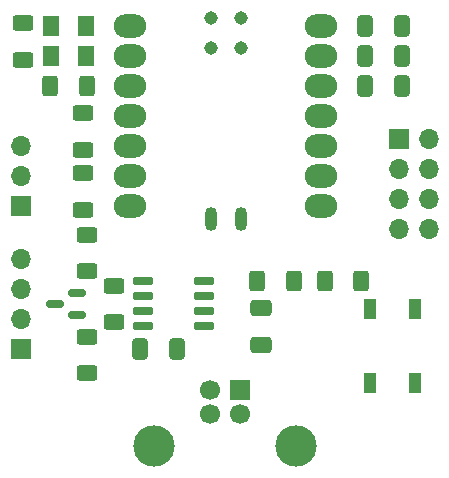
<source format=gts>
G04 #@! TF.GenerationSoftware,KiCad,Pcbnew,7.0.10*
G04 #@! TF.CreationDate,2024-03-12T12:36:54-06:00*
G04 #@! TF.ProjectId,ARXCarrierBoard,41525843-6172-4726-9965-72426f617264,rev?*
G04 #@! TF.SameCoordinates,Original*
G04 #@! TF.FileFunction,Soldermask,Top*
G04 #@! TF.FilePolarity,Negative*
%FSLAX46Y46*%
G04 Gerber Fmt 4.6, Leading zero omitted, Abs format (unit mm)*
G04 Created by KiCad (PCBNEW 7.0.10) date 2024-03-12 12:36:54*
%MOMM*%
%LPD*%
G01*
G04 APERTURE LIST*
G04 Aperture macros list*
%AMRoundRect*
0 Rectangle with rounded corners*
0 $1 Rounding radius*
0 $2 $3 $4 $5 $6 $7 $8 $9 X,Y pos of 4 corners*
0 Add a 4 corners polygon primitive as box body*
4,1,4,$2,$3,$4,$5,$6,$7,$8,$9,$2,$3,0*
0 Add four circle primitives for the rounded corners*
1,1,$1+$1,$2,$3*
1,1,$1+$1,$4,$5*
1,1,$1+$1,$6,$7*
1,1,$1+$1,$8,$9*
0 Add four rect primitives between the rounded corners*
20,1,$1+$1,$2,$3,$4,$5,0*
20,1,$1+$1,$4,$5,$6,$7,0*
20,1,$1+$1,$6,$7,$8,$9,0*
20,1,$1+$1,$8,$9,$2,$3,0*%
G04 Aperture macros list end*
%ADD10RoundRect,0.250000X0.650000X-0.412500X0.650000X0.412500X-0.650000X0.412500X-0.650000X-0.412500X0*%
%ADD11R,1.700000X1.700000*%
%ADD12O,1.700000X1.700000*%
%ADD13RoundRect,0.250000X-0.625000X0.400000X-0.625000X-0.400000X0.625000X-0.400000X0.625000X0.400000X0*%
%ADD14RoundRect,0.250000X0.400000X0.625000X-0.400000X0.625000X-0.400000X-0.625000X0.400000X-0.625000X0*%
%ADD15RoundRect,0.250000X-0.400000X-0.625000X0.400000X-0.625000X0.400000X0.625000X-0.400000X0.625000X0*%
%ADD16C,1.700000*%
%ADD17C,3.500000*%
%ADD18R,1.000000X1.700000*%
%ADD19RoundRect,0.250000X0.625000X-0.400000X0.625000X0.400000X-0.625000X0.400000X-0.625000X-0.400000X0*%
%ADD20RoundRect,0.250001X-0.462499X-0.624999X0.462499X-0.624999X0.462499X0.624999X-0.462499X0.624999X0*%
%ADD21RoundRect,0.250000X0.412500X0.650000X-0.412500X0.650000X-0.412500X-0.650000X0.412500X-0.650000X0*%
%ADD22RoundRect,0.150000X0.725000X0.150000X-0.725000X0.150000X-0.725000X-0.150000X0.725000X-0.150000X0*%
%ADD23O,2.748280X1.998980*%
%ADD24O,1.016000X2.032000*%
%ADD25C,1.143000*%
%ADD26RoundRect,0.250000X-0.412500X-0.650000X0.412500X-0.650000X0.412500X0.650000X-0.412500X0.650000X0*%
%ADD27RoundRect,0.150000X0.587500X0.150000X-0.587500X0.150000X-0.587500X-0.150000X0.587500X-0.150000X0*%
G04 APERTURE END LIST*
D10*
X198883270Y-93622990D03*
X198883270Y-90497990D03*
D11*
X210566000Y-76200000D03*
D12*
X213106000Y-76200000D03*
X210566000Y-78740000D03*
X213106000Y-78740000D03*
X210566000Y-81280000D03*
X213106000Y-81280000D03*
X210566000Y-83820000D03*
X213106000Y-83820000D03*
D13*
X178780770Y-66380490D03*
X178780770Y-69480490D03*
D14*
X184140770Y-71740490D03*
X181040770Y-71740490D03*
D15*
X198603270Y-88250490D03*
X201703270Y-88250490D03*
D11*
X197125590Y-97478310D03*
D16*
X194625590Y-97478310D03*
X194625590Y-99478310D03*
X197125590Y-99478310D03*
D17*
X201895590Y-102188310D03*
X189855590Y-102188310D03*
D13*
X183860770Y-74000490D03*
X183860770Y-77100490D03*
D18*
X208158000Y-96876000D03*
X208158000Y-90576000D03*
X211958000Y-96876000D03*
X211958000Y-90576000D03*
D19*
X184150000Y-96038000D03*
X184150000Y-92938000D03*
D20*
X181103270Y-66660490D03*
X184078270Y-66660490D03*
D11*
X178563270Y-81900490D03*
D12*
X178563270Y-79360490D03*
X178563270Y-76820490D03*
D21*
X210823270Y-71740490D03*
X207698270Y-71740490D03*
D20*
X181103270Y-69200490D03*
X184078270Y-69200490D03*
D21*
X210823270Y-66660490D03*
X207698270Y-66660490D03*
D22*
X194091000Y-92075000D03*
X194091000Y-90805000D03*
X194091000Y-89535000D03*
X194091000Y-88265000D03*
X188941000Y-88265000D03*
X188941000Y-89535000D03*
X188941000Y-90805000D03*
X188941000Y-92075000D03*
D19*
X183860770Y-82180490D03*
X183860770Y-79080490D03*
X184150000Y-87402000D03*
X184150000Y-84302000D03*
D21*
X191808500Y-93980000D03*
X188683500Y-93980000D03*
D23*
X187798710Y-66660490D03*
X187798710Y-69200490D03*
X187798710Y-71740490D03*
X187798710Y-74280490D03*
X187798710Y-76820490D03*
X187798710Y-79360490D03*
X187798710Y-81900490D03*
X203963270Y-81900490D03*
X203963270Y-79360490D03*
X203963270Y-76820490D03*
X203963270Y-74280490D03*
X203963270Y-71740490D03*
X203963270Y-69200490D03*
X203963270Y-66660490D03*
D24*
X194665590Y-82978310D03*
X197215590Y-82978310D03*
D25*
X194664393Y-65974123D03*
X197204393Y-65974123D03*
X194664393Y-68514123D03*
X197204393Y-68514123D03*
D15*
X204313270Y-88250490D03*
X207413270Y-88250490D03*
D26*
X207698270Y-69200490D03*
X210823270Y-69200490D03*
D11*
X178563270Y-93980000D03*
D12*
X178563270Y-91440000D03*
X178563270Y-88900000D03*
X178563270Y-86360000D03*
D19*
X186436000Y-91720000D03*
X186436000Y-88620000D03*
D27*
X183309500Y-91120000D03*
X183309500Y-89220000D03*
X181434500Y-90170000D03*
M02*

</source>
